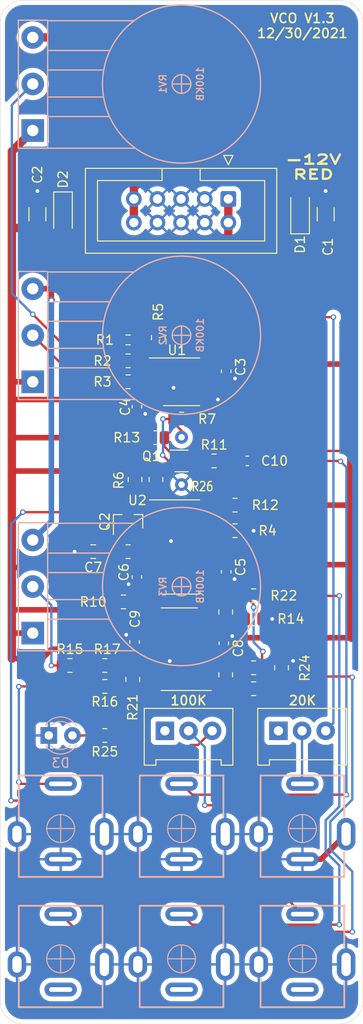
<source format=kicad_pcb>
(kicad_pcb (version 20211014) (generator pcbnew)
  (layers (0 "F.Cu" signal) (31 "B.Cu" signal) (34 "B.Paste" user) (35 "F.Paste" user) (36 "B.SilkS" user "B.Silkscreen") (37 "F.SilkS" user "F.Silkscreen") (38 "B.Mask" user) (39 "F.Mask" user) (44 "Edge.Cuts" user))
  (net 0 "")
  (net 1 "GND")
  (net 2 "+12V")
  (net 3 "-12V")
  (net 4 "Net-(C7-Pad1)")
  (net 5 "/FM_lin")
  (net 6 "Net-(C10-Pad1)")
  (net 7 "Net-(D1-Pad2)")
  (net 8 "Net-(D2-Pad1)")
  (net 9 "Net-(D3-Pad2)")
  (net 10 "/PWM")
  (net 11 "/1V_A")
  (net 12 "/SYNC")
  (net 13 "/TRI")
  (net 14 "/SQR")
  (net 15 "/V_expo")
  (net 16 "Net-(Q1-Pad1)")
  (net 17 "/Iabc")
  (net 18 "Net-(R1-Pad1)")
  (net 19 "/FREQ")
  (net 20 "/FINE")
  (net 21 "Net-(R4-Pad1)")
  (net 22 "Net-(R5-Pad1)")
  (net 23 "Net-(R8-Pad2)")
  (net 24 "Net-(R9-Pad1)")
  (net 25 "/TRI_raw")
  (net 26 "Net-(R12-Pad2)")
  (net 27 "Net-(R14-Pad1)")
  (net 28 "/PW")
  (net 29 "Net-(R15-Pad1)")
  (net 30 "Net-(R16-Pad1)")
  (net 31 "/tri2sqr")
  (net 32 "Net-(R18-Pad1)")
  (net 33 "Net-(R20-Pad1)")
  (net 34 "/LED")
  (net 38 "Net-(R1-Pad2)")
  (net 44 "Net-(U1-Pad6)")
  (net 45 "Net-(U3-Pad8)")
  (net 46 "Net-(Q2-Pad3)")
  (footprint "Capacitor_SMD:C_0603_1608Metric" (layer "F.Cu") (at -14.2 -70.125 -90)
    (fp_text reference "C3")
    (fp_text value "100nF")
  )
  (footprint "Capacitor_SMD:C_0603_1608Metric" (layer "F.Cu") (at -23.8 -66.325 90)
    (fp_text reference "C4")
    (fp_text value "100nF")
  )
  (footprint "Capacitor_SMD:C_0603_1608Metric" (layer "F.Cu") (at -14.2 -48.575 -90)
    (fp_text reference "C5")
    (fp_text value "100nF")
  )
  (footprint "Capacitor_SMD:C_0603_1608Metric" (layer "F.Cu") (at -23.8 -48.025 90)
    (fp_text reference "C6")
    (fp_text value "100nF")
  )
  (footprint "Capacitor_SMD:C_0805_2012Metric" (layer "F.Cu") (at -28.5 -50.75 180)
    (fp_text reference "C7")
    (fp_text value "3.3nF*")
  )
  (footprint "Capacitor_SMD:C_0603_1608Metric" (layer "F.Cu") (at -14.45 -40.895 90)
    (fp_text reference "C8")
    (fp_text value "100nF")
  )
  (footprint "Capacitor_SMD:C_0603_1608Metric" (layer "F.Cu") (at -24.05 -41.045 -90)
    (fp_text reference "C9")
    (fp_text value "100nF")
  )
  (footprint "Resistor_SMD:R_0805_2012Metric" (layer "F.Cu") (at -24.75 -71.25 180)
    (fp_text reference "R2")
    (fp_text value "330K")
  )
  (footprint "Resistor_SMD:R_0805_2012Metric" (layer "F.Cu") (at -24.75 -69 180)
    (fp_text reference "R3")
    (fp_text value "10M")
  )
  (footprint "Resistor_SMD:R_0805_2012Metric" (layer "F.Cu") (at -13.25 -53)
    (fp_text reference "R4")
    (fp_text value "5.6K")
  )
  (footprint "Resistor_SMD:R_0805_2012Metric" (layer "F.Cu") (at -21.75 -58.5 -90)
    (fp_text reference "R8" hide)
    (fp_text value "12K")
  )
  (footprint "Resistor_SMD:R_0805_2012Metric" (layer "F.Cu") (at -24.75 -50.75 180)
    (fp_text reference "R9" hide)
    (fp_text value "680R")
  )
  (footprint "Resistor_SMD:R_0805_2012Metric" (layer "F.Cu") (at -25.25 -45.35 180)
    (fp_text reference "R10")
    (fp_text value "10K")
  )
  (footprint "Resistor_SMD:R_0805_2012Metric" (layer "F.Cu") (at -15.5 -60.5 180)
    (fp_text reference "R11")
    (fp_text value "100K")
  )
  (footprint "Resistor_SMD:R_0805_2012Metric" (layer "F.Cu") (at -13.25 -55.75 180)
    (fp_text reference "R12")
    (fp_text value "47K")
  )
  (footprint "Resistor_SMD:R_0805_2012Metric" (layer "F.Cu") (at -11.25 -43.52)
    (fp_text reference "R14")
    (fp_text value "10K")
  )
  (footprint "Resistor_SMD:R_0805_2012Metric" (layer "F.Cu") (at -31 -38.52 180)
    (fp_text reference "R15")
    (fp_text value "12K")
  )
  (footprint "Resistor_SMD:R_0805_2012Metric" (layer "F.Cu") (at -27.25 -36.27 180)
    (fp_text reference "R16")
    (fp_text value "56K")
  )
  (footprint "Resistor_SMD:R_0805_2012Metric" (layer "F.Cu") (at -27.25 -38.52 180)
    (fp_text reference "R17")
    (fp_text value "220K")
  )
  (footprint "Resistor_SMD:R_0805_2012Metric" (layer "F.Cu") (at -14.25 -44.27 -90)
    (fp_text reference "R19" hide)
    (fp_text value "12K")
  )
  (footprint "Resistor_SMD:R_0805_2012Metric" (layer "F.Cu") (at -14.25 -37.52 90)
    (fp_text reference "R20" hide)
    (fp_text value "1M")
  )
  (footprint "Resistor_SMD:R_0805_2012Metric" (layer "F.Cu") (at -24.25 -37.02 90)
    (fp_text reference "R21")
    (fp_text value "100K")
  )
  (footprint "Resistor_SMD:R_0805_2012Metric" (layer "F.Cu") (at -11.25 -46.02 180)
    (fp_text reference "R22")
    (fp_text value "1K")
  )
  (footprint "Resistor_SMD:R_0805_2012Metric" (layer "F.Cu") (at -11.25 -36.02 180)
    (fp_text reference "R23" hide)
    (fp_text value "2K")
  )
  (footprint "Resistor_SMD:R_0805_2012Metric" (layer "F.Cu") (at -8.25 -38.27 -90)
    (fp_text reference "R24")
    (fp_text value "2K")
  )
  (footprint "Resistor_SMD:R_0805_2012Metric" (layer "F.Cu") (at -27.25 -31)
    (fp_text reference "R25")
    (fp_text value "2K")
  )
  (footprint "Package_SO:SOIC-8_3.9x4.9mm_P1.27mm" (layer "F.Cu") (at -19 -69)
    (fp_text reference "U1")
    (fp_text value "TL072")
  )
  (footprint "Package_SO:SOIC-16_3.9x9.9mm_P1.27mm" (layer "F.Cu") (at -19 -51.25)
    (fp_text reference "U2")
    (fp_text value "LM13700")
  )
  (footprint "user-footprints:TRIM_3296W_Alt" (layer "F.Cu") (at -21.745 -32.64 -90)
    (fp_text reference "RV4")
    (fp_text value "100KT*")
  )
  (footprint "Diode_SMD:D_SOD-123" (layer "F.Cu") (at -31.75 -87.15 -90)
    (fp_text reference "D2")
    (fp_text value "SCH")
  )
  (footprint "Capacitor_SMD:C_1206_3216Metric" (layer "F.Cu") (at -34.5 -87 -90)
    (fp_text reference "C2")
    (fp_text value "10uF")
  )
  (footprint "Capacitor_SMD:C_1206_3216Metric" (layer "F.Cu") (at -3.5 -87 90)
    (fp_text reference "C1")
    (fp_text value "10uF")
  )
  (footprint "Diode_SMD:D_SOD-123" (layer "F.Cu") (at -6.25 -87.15 90)
    (fp_text reference "D1")
    (fp_text value "SCH")
  )
  (footprint "Resistor_SMD:R_0805_2012Metric" (layer "F.Cu") (at -21.75 -63 180)
    (fp_text reference "R13")
    (fp_text value "1M")
  )
  (footprint "Package_TO_SOT_SMD:SOT-363_SC-70-6" (layer "F.Cu") (at -19 -60.5)
    (fp_text reference "Q1")
    (fp_text value "BC847BPN")
  )
  (footprint "Resistor_SMD:R_0805_2012Metric" (layer "F.Cu") (at -21.5 -73.75 90)
    (fp_text reference "R5")
    (fp_text value "100K")
  )
  (footprint "Resistor_SMD:R_0805_2012Metric" (layer "F.Cu") (at -19 -65)
    (fp_text reference "R7")
    (fp_text value "56K")
  )
  (footprint "user-footprints:Specialty_tempco_paradox" (layer "F.Cu") (at -19 -60.5 90)
    (fp_text reference "R26")
    (fp_text value "1K$" hide)
  )
  (footprint "Package_SO:SOIC-14_3.9x8.7mm_P1.27mm" (layer "F.Cu") (at -19.25 -40.27 180)
    (fp_text reference "U3" hide)
    (fp_text value "TL074")
  )
  (footprint "user-footprints:TRIM_3296W_Alt" (layer "F.Cu") (at -9.535 -32.64 -90)
    (fp_text reference "RV5")
    (fp_text value "20KT*")
  )
  (footprint "Resistor_SMD:R_0603_1608Metric" (layer "F.Cu") (at -24.75 -73.5 180)
    (fp_text reference "R1")
    (fp_text value "91K")
  )
  (footprint "Resistor_SMD:R_0805_2012Metric" (layer "F.Cu") (at -11.25 -38.27)
    (fp_text reference "R18" hide)
    (fp_text value "10K")
  )
  (footprint "Resistor_SMD:R_0805_2012Metric" (layer "F.Cu") (at -24 -58.5 -90)
    (fp_text reference "R6")
    (fp_text value "100K")
  )
  (footprint "Connector_IDC:IDC-Header_2x05_P2.54mm_Vertical" (layer "F.Cu") (at -13.97 -88.646 -90)
    (fp_text reference "J5" hide)
    (fp_text value "POWER" hide)
  )
  (footprint "Capacitor_SMD:C_0603_1608Metric" (layer "F.Cu") (at -11.938 -60.5)
    (fp_text reference "C10")
    (fp_text value "100nF")
  )
  (footprint "Package_TO_SOT_SMD:SOT-23" (layer "F.Cu") (at -24.75 -53.975 90)
    (fp_text reference "Q2")
    (fp_text value "MMBFJ112")
  )
  (footprint "LED_THT:LED_D3.0mm" (layer "B.Cu") (at -33.275 -31)
    (fp_text reference "D3")
    (fp_text value "LED")
  )
  (footprint "user-main:AudioJack_QingPu_WQP-PJ301BM_Vertical" (layer "B.Cu") (at -32 -21 180)
    (fp_text reference "J1")
    (fp_text value "PWM")
  )
  (footprint "user-main:AudioJack_QingPu_WQP-PJ301BM_Vertical" (layer "B.Cu") (at -6 -21 180)
    (fp_text reference "J2")
    (fp_text value "1V_A")
  )
  (footprint "user-main:AudioJack_QingPu_WQP-PJ301BM_Vertical" (layer "B.Cu") (at -19 -21 180)
    (fp_text reference "J3")
    (fp_text value "FM")
  )
  (footprint "user-main:AudioJack_QingPu_WQP-PJ301BM_Vertical" (layer "B.Cu") (at -6 -7 180)
    (fp_text reference "J4")
    (fp_text value "SYNC")
  )
  (footprint "user-main:AudioJack_QingPu_WQP-PJ301BM_Vertical" (layer "B.Cu") (at -32 -7 180)
    (fp_text reference "J7")
    (fp_text value "SQR")
  )
  (footprint "user-main:AudioJack_QingPu_WQP-PJ301BM_Vertical" (layer "B.Cu") (at -19 -7 180)
    (fp_text reference "J6")
    (fp_text value "TRI")
  )
  (footprint "user-footprints:POT_16mm_detailed" (layer "B.Cu") (at -19 -74 90)
    (fp_text reference "RV2")
    (fp_text value "100KB")
  )
  (footprint "user-footprints:POT_16mm_detailed" (layer "B.Cu") (at -19 -101 90)
    (fp_text reference "RV1")
    (fp_text value "100KB")
  )
  (footprint "user-footprints:POT_16mm_detailed" (layer "B.Cu") (at -19 -47 90)
    (fp_text reference "RV3")
    (fp_text value "100KB")
  )
  (gr_line (start -36 -110) (end -2 -110) (layer "Edge.Cuts") (width 0.05))
  (gr_line (start 0.5 -107.5) (end 0.5 -2.5) (layer "Edge.Cuts") (width 0.05))
  (gr_line (start -2 0) (end -36 0) (layer "Edge.Cuts") (width 0.05))
  (gr_line (start -38.5 -2.5) (end -38.5 -107.5) (layer "Edge.Cuts") (width 0.05))
  (gr_arc (start -36 0) (mid -37.767767 -0.732233) (end -38.5 -2.5) (layer "Edge.Cuts") (width 0.05))
  (gr_arc (start -2 -110) (mid -0.232233 -109.267767) (end 0.5 -107.5) (layer "Edge.Cuts") (width 0.05))
  (gr_arc (start -38.5 -107.5) (mid -37.767767 -109.267767) (end -36 -110) (layer "Edge.Cuts") (width 0.05))
  (gr_arc (start 0.5 -2.5) (mid -0.232233 -0.732233) (end -2 0) (layer "Edge.Cuts") (width 0.05))
  (gr_text "100K" (at -18.25 -34.75) (layer "F.SilkS") (effects (font (size 1 1) (thickness 0.18))))
  (gr_text "-12V\nRED" (at -4.826 -92.075) (layer "F.SilkS") (effects (font (size 1 1.5) (thickness 0.25))))
  (gr_text "20K" (at -6 -34.75) (layer "F.SilkS") (effects (font (size 1 1) (thickness 0.18))))
  (gr_text "VCO V1.3\n12/30/2021" (at -6 -107.25) (layer "F.SilkS") (effects (font (size 1 1) (thickness 0.18))))
  (segment (start -3.5 -88.475) (end -3.5 -89.5) (width 0.8) (layer "F.Cu") (net 1))
  (segment (start -7.1625 -39.1825) (end -7 -39.02) (width 0.6) (layer "F.Cu") (net 1))
  (segment (start -16.525 -48.075) (end -15.225 -48.075) (width 0.6) (layer "F.Cu") (net 1))
  (segment (start -22.675 -51.885) (end -21.475 -51.885) (width 0.6) (layer "F.Cu") (net 1))
  (segment (start -23.25 -41.82) (end -24.05 -41.82) (width 0.6) (layer "F.Cu") (net 1))
  (segment (start -21.725 -39) (end -20.27 -39) (width 0.6) (layer "F.Cu") (net 1))
  (segment (start -14.45 -41.67) (end -13.55 -41.67) (width 0.6) (layer "F.Cu") (net 1))
  (segment (start -10.3375 -43.52) (end -9.25 -43.52) (width 0.6) (layer "F.Cu") (net 1))
  (segment (start -16.525 -67.095) (end -15.095 -67.095) (width 0.6) (layer "F.Cu") (net 1))
  (segment (start -34.5 -88.475) (end -34.5 -89.5) (width 0.8) (layer "F.Cu") (net 1))
  (segment (start -23.765 -52.975) (end -22.675 -51.885) (width 0.6) (layer "F.Cu") (net 1))
  (segment (start -23.8 -65.55) (end -22.9 -65.55) (width 0.6) (layer "F.Cu") (net 1))
  (segment (start -23.8 -52.975) (end -23.765 -52.975) (width 0.6) (layer "F.Cu") (net 1))
  (segment (start -4 -17.7) (end -1.3 -20.4) (width 0.6) (layer "F.Cu") (net 1))
  (segment (start -21.475 -51.885) (end -20.135 -51.885) (width 0.6) (layer "F.Cu") (net 1))
  (segment (start -24.05 -41.82) (end -24.95 -41.82) (width 0.6) (layer "F.Cu") (net 1))
  (segment (start -22.97 -41.54) (end -23.25 -41.82) (width 0.6) (layer "F.Cu") (net 1))
  (segment (start -21.475 -68.365) (end -19.865 -68.365) (width 0.6) (layer "F.Cu") (net 1))
  (segment (start -29.45 -50.75) (end -30.5 -50.75) (width 0.6) (layer "F.Cu") (net 1))
  (segment (start -23.8 -47.25) (end -24.7 -47.25) (width 0.6) (layer "F.Cu") (net 1))
  (segment (start -12.3375 -53) (end -11.25 -53) (width 0.6) (layer "F.Cu") (net 1))
  (segment (start -15.225 -48.075) (end -14.95 -47.8) (width 0.6) (layer "F.Cu") (net 1))
  (segment (start -14.2 -47.8) (end -13.3 -47.8) (width 0.6) (layer "F.Cu") (net 1))
  (segment (start -8.25 -39.1825) (end -7.1625 -39.1825) (width 0.6) (layer "F.Cu") (net 1))
  (segment (start -18.05 -59.85) (end -18.05 -58.91) (width 0.25) (layer "F.Cu") (net 1))
  (segment (start -6 -17.7) (end -4 -17.7) (width 0.6) (layer "F.Cu") (net 1))
  (segment (start -21.725 -41.54) (end -22.97 -41.54) (width 0.6) (layer "F.Cu") (net 1))
  (segment (start -14.2 -69.35) (end -13.25 -69.35) (width 0.6) (layer "F.Cu") (net 1))
  (segment (start -14.95 -47.8) (end -14.2 -47.8) (width 0.6) (layer "F.Cu") (net 1))
  (segment (start -18.05 -58.91) (end -19 -57.96) (width 0.25) (layer "F.Cu") (net 1))
  (via (at -13.55 -41.67) (size 0.8) (drill 0.4) (layers "F.Cu" "B.Cu") (net 1))
  (via (at -13.3 -47.8) (size 0.8) (drill 0.4) (layers "F.Cu" "B.Cu") (net 1))
  (via (at -9.25 -43.52) (size 0.8) (drill 0.4) (layers "F.Cu" "B.Cu") (net 1))
  (via (at -15.095 -67.095) (size 0.8) (drill 0.4) (layers "F.Cu" "B.Cu") (net 1))
  (via (at -24.7 -47.25) (size 0.8) (drill 0.4) (layers "F.Cu" "B.Cu") (net 1))
  (via (at -20.135 -51.885) (size 0.8) (drill 0.4) (layers "F.Cu" "B.Cu") (net 1))
  (via (at -34.5 -89.5) (size 0.8) (drill 0.4) (layers "F.Cu" "B.Cu") (net 1))
  (via (at -7 -39.02) (size 0.8) (drill 0.4) (layers "F.Cu" "B.Cu") (net 1))
  (via (at -13.25 -69.35) (size 0.8) (drill 0.4) (layers "F.Cu" "B.Cu") (net 1))
  (via (at -22.9 -65.55) (size 0.8) (drill 0.4) (layers "F.Cu" "B.Cu") (net 1))
  (via (at -19.865 -68.365) (size 0.8) (drill 0.4) (layers "F.Cu" "B.Cu") (net 1))
  (via (at -30.5 -50.75) (size 0.8) (drill 0.4) (layers "F.Cu" "B.Cu") (net 1))
  (via (at -11.25 -53) (size 0.8) (drill 0.4) (layers "F.Cu" "B.Cu") (net 1))
  (via (at -20.27 -39) (size 0.8) (drill 0.4) (layers "F.Cu" "B.Cu") (net 1))
  (via (at -24.95 -41.82) (size 0.8) (drill 0.4) (layers "F.Cu" "B.Cu") (net 1))
  (via (at -3.5 -89.5) (size 0.8) (drill 0.4) (layers "F.Cu" "B.Cu") (net 1))
  (segment (start -0.75 -104.25) (end -0.75 -85.5) (width 0.9) (layer "F.Cu") (net 2))
  (segment (start -17.62499 -61.57501) (end -0.77499 -61.57501) (width 0.25) (layer "F.Cu") (net 2))
  (segment (start -0.75 -55.6) (end -0.75 -49.25) (width 0.9) (layer "F.Cu") (net 2))
  (segment (start -14.2 -49.35) (end -0.85 -49.35) (width 0.6) (layer "F.Cu") (net 2))
  (segment (start -12.3375 -55.75) (end -0.9 -55.75) (width 0.6) (layer "F.Cu") (net 2))
  (segment (start -6.25 -85.5) (end -3.525 -85.5) (width 0.9) (layer "F.Cu") (net 2))
  (segment (start -2.5 -106) (end -0.75 -104.25) (width 0.9) (layer "F.Cu") (net 2))
  (segment (start -16.525 -70.905) (end -0.845 -70.905) (width 0.6) (layer "F.Cu") (net 2))
  (segment (start -0.75 -85.5) (end -0.75 -71) (width 0.9) (layer "F.Cu") (net 2))
  (segment (start -12 -41.5) (end -0.75 -41.5) (width 0.6) (layer "F.Cu") (net 2))
  (segment (start -18.05 -61.15) (end -17.62499 -61.57501) (width 0.25) (layer "F.Cu") (net 2))
  (segment (start -0.75 -61.6) (end -0.75 -55.6) (width 0.9) (layer "F.Cu") (net 2))
  (segment (start -0.775 -85.525) (end -0.75 -85.5) (width 0.6) (layer "F.Cu") (net 2))
  (segment (start -0.9 -55.75) (end -0.75 -55.6) (width 0.6) (layer "F.Cu") (net 2))
  (segment (start -14.205 -49.345) (end -14.2 -49.35) (width 0.6) (layer "F.Cu") (net 2))
  (segment (start -3.5 -85.525) (end -0.775 -85.525) (width 0.9) (layer "F.Cu") (net 2))
  (segment (start -0.77499 -61.57501) (end -0.75 -61.6) (width 0.6) (layer "F.Cu") (net 2))
  (segment (start -0.85 -49.35) (end -0.75 -49.25) (width 0.6) (layer "F.Cu") (net 2))
  (segment (start -0.75 -49.25) (end -0.75 -41.5) (width 0.9) (layer "F.Cu") (net 2))
  (segment (start -13.23 -40.27) (end -12 -41.5) (width 0.6) (layer "F.Cu") (net 2))
  (segment (start -0.75 -71) (end -0.75 -61.6) (width 0.9) (layer "F.Cu") (net 2))
  (segment (start -35.002 -106) (end -2.5 -106) (width 0.9) (layer "F.Cu") (net 2))
  (segment (start -33 -77.75) (end -33 -79) (width 0.6) (layer "F.Cu") (net 2))
  (segment (start -33 -79) (end -0.75 -79) (width 0.6) (layer "F.Cu") (net 2))
  (segment (start -16.525 -49.345) (end -14.205 -49.345) (width 0.6) (layer "F.Cu") (net 2))
  (segment (start -0.845 -70.905) (end -0.75 -71) (width 0.6) (layer "F.Cu") (net 2))
  (segment (start -14.45 -40.12) (end -14.45 -40.27) (width 0.6) (layer "F.Cu") (net 2))
  (segment (start -3.525 -85.5) (end -3.5 -85.525) (width 0.6) (layer "F.Cu") (net 2))
  (segment (start -16.775 -40.27) (end -13.23 -40.27) (width 0.6) (layer "F.Cu") (net 2))
  (segment (start -35.002 -79) (end -33 -79) (width 0.6) (layer "F.Cu") (net 2))
  (via (at -33 -77.75) (size 0.8) (drill 0.4) (layers "F.Cu" "B.Cu") (net 2))
  (segment (start -33 -54.002) (end -33 -77.75) (width 0.6) (layer "B.Cu") (net 2))
  (segment (start -35.002 -52) (end -33 -54.002) (width 0.6) (layer "B.Cu") (net 2))
  (segment (start -21.725 -40.27) (end -24.05 -40.27) (width 0.6) (layer "F.Cu") (net 3))
  (segment (start -32.98 -40.27) (end -34 -39.25) (width 0.6) (layer "F.Cu") (net 3))
  (segment (start -37.25 -41.949) (end -37.25 -39.25) (width 0.9) (layer "F.Cu") (net 3))
  (segment (start -37.25 -69) (end -37.25 -93.752) (width 0.9) (layer "F.Cu") (net 3))
  (segment (start -31.775 -85.525) (end -31.75 -85.5) (width 0.6) (layer "F.Cu") (net 3))
  (segment (start -35.002 -69) (end -37.25 -69) (width 0.6) (layer "F.Cu") (net 3))
  (segment (start -37.2 -49.05) (end -37.25 -49) (width 0.6) (layer "F.Cu") (net 3))
  (segment (start -37.0875 -59.4125) (end -37.25 -59.25) (width 0.6) (layer "F.Cu") (net 3))
  (segment (start -34 -39.25) (end -37.25 -39.25) (width 0.6) (layer "F.Cu") (net 3))
  (segment (start -22.6625 -63) (end -37.15 -63) (width 0.6) (layer "F.Cu") (net 3))
  (segment (start -37.15 -63) (end -37.25 -63.1) (width 0.6) (layer "F.Cu") (net 3))
  (segment (start -37.228999 -45.229999) (end -37.25 -45.251) (width 0.6) (layer "F.Cu") (net 3))
  (segment (start -27.0125 -44.5) (end -37.25 -44.5) (width 0.6) (layer "F.Cu") (net 3))
  (segment (start -37.25 -69) (end -37.25 -67.25) (width 0.9) (layer "F.Cu") (net 3))
  (segment (start -37.25 -44.248) (end -37.25 -41.949) (width 0.9) (layer "F.Cu") (net 3))
  (segment (start -37.25 -63.1) (end -37.25 -59.25) (width 0.9) (layer "F.Cu") (net 3))
  (segment (start -37.199 -42) (end -37.25 -41.949) (width 0.6) (layer "F.Cu") (net 3))
  (segment (start -37.095 -67.095) (end -21.475 -67.095) (width 0.6) (layer "F.Cu") (net 3))
  (segment (start -24.05 -40.27) (end -32.98 -40.27) (width 0.6) (layer "F.Cu") (net 3))
  (segment (start -37.25 -49) (end -37.25 -45.251) (width 0.9) (layer "F.Cu") (net 3))
  (segment (start -37.095 -67.095) (end -37.25 -67.25) (width 0.6) (layer "F.Cu") (net 3))
  (segment (start -37.25 -44.5) (end -37.25 -44.248) (width 0.9) (layer "F.Cu") (net 3))
  (segment (start -26.1625 -45.35) (end -27.0125 -44.5) (width 0.6) (layer "F.Cu") (net 3))
  (segment (start -21.475 -49.345) (end -22.705 -49.345) (width 0.6) (layer "F.Cu") (net 3))
  (segment (start -22.705 -49.345) (end -23 -49.05) (width 0.6) (layer "F.Cu") (net 3))
  (segment (start -34.5 -85.525) (end -31.775 -85.525) (width 0.9) (layer "F.Cu") (net 3))
  (segment (start -23 -49.05) (end -37.2 -49.05) (width 0.6) (layer "F.Cu") (net 3))
  (segment (start -37.25 -67.25) (end -37.25 -63.1) (width 0.9) (layer "F.Cu") (net 3))
  (segment (start -37.25 -93.752) (end -35.002 -96) (width 0.9) (layer "F.Cu") (net 3))
  (segment (start -35.002 -42) (end -37.199 -42) (width 0.6) (layer "F.Cu") (net 3))
  (segment (start -37.25 -59.25) (end -37.25 -49) (width 0.9) (layer "F.Cu") (net 3))
  (segment (start -37.25 -45.251) (end -37.25 -44.5) (width 0.9) (layer "F.Cu") (net 3))
  (segment (start -24 -59.4125) (end -37.0875 -59.4125) (width 0.6) (layer "F.Cu") (net 3))
  (segment (start -34.5 -85.525) (end -37.225 -85.525) (width 0.9) (layer "F.Cu") (net 3))
  (segment (start -25.7 -52.975) (end -25.7 -50.7875) (width 0.25) (layer "F.Cu") (net 4))
  (segment (start -27.55 -50.75) (end -25.6625 -50.75) (width 0.25) (layer "F.Cu") (net 4))
  (segment (start -25.7 -50.7875) (end -25.6625 -50.75) (width 0.25) (layer "F.Cu") (net 4))
  (segment (start -17.838 -24.638) (end -19 -25.8) (width 0.25) (layer "F.Cu") (net 5))
  (segment (start -11.163 -60.5) (end -1.953 -60.5) (width 0.25) (layer "F.Cu") (net 5))
  (segment (start -1.27 -24.638) (end -17.838 -24.638) (width 0.25) (layer "F.Cu") (net 5))
  (segment (start -1.953 -60.5) (end -1.905 -60.452) (width 0.25) (layer "F.Cu") (net 5))
  (via (at -1.905 -60.452) (size 0.6) (drill 0.35) (layers "F.Cu" "B.Cu") (net 5))
  (via (at -1.27 -24.638) (size 0.6) (drill 0.35) (layers "F.Cu" "B.Cu") (net 5))
  (segment (start -1.27 -24.638) (end -1.27 -59.817) (width 0.25) (layer "B.Cu") (net 5))
  (segment (start -1.27 -59.817) (end -1.905 -60.452) (width 0.25) (layer "B.Cu") (net 5))
  (segment (start -14.5875 -60.5) (end -12.713 -60.5) (width 0.25) (layer "F.Cu") (net 6))
  (segment (start -24.13 -86.106) (end -24.13 -88.646) (width 0.9) (layer "F.Cu") (net 7))
  (segment (start -8.2 -90.75) (end -23.25 -90.75) (width 0.9) (layer "F.Cu") (net 7))
  (segment (start -23.25 -90.75) (end -24.13 -89.87) (width 0.9) (layer "F.Cu") (net 7))
  (segment (start -6.25 -88.8) (end -8.2 -90.75) (width 0.9) (layer "F.Cu") (net 7))
  (segment (start -24.13 -89.87) (end -24.13 -88.646) (width 0.9) (layer "F.Cu") (net 7))
  (segment (start -14.75 -84) (end -26.95 -84) (width 0.9) (layer "F.Cu") (net 8))
  (segment (start -26.95 -84) (end -31.75 -88.8) (width 0.9) (layer "F.Cu") (net 8))
  (segment (start -13.97 -86.106) (end -13.97 -84.78) (width 0.9) (layer "F.Cu") (net 8))
  (segment (start -13.97 -86.106) (end -13.97 -88.646) (width 0.9) (layer "F.Cu") (net 8))
  (segment (start -13.97 -84.78) (end -14.75 -84) (width 0.9) (layer "F.Cu") (net 8))
  (segment (start -28.1625 -31) (end -30.73 -31) (width 0.25) (layer "F.Cu") (net 9))
  (segment (start -28.1625 -36.27) (end -36.48 -36.27) (width 0.25) (layer "F.Cu") (net 10))
  (segment (start -36.48 -36.27) (end -36.5 -36.25) (width 0.25) (layer "F.Cu") (net 10))
  (segment (start -36.3 -25.8) (end -36.5 -26) (width 0.25) (layer "F.Cu") (net 10))
  (segment (start -32 -25.8) (end -36.3 -25.8) (width 0.25) (layer "F.Cu") (net 10))
  (via (at -36.5 -36.25) (size 0.6) (drill 0.35) (layers "F.Cu" "B.Cu") (net 10))
  (via (at -36.5 -26) (size 0.6) (drill 0.35) (layers "F.Cu" "B.Cu") (net 10))
  (segment (start -36.5 -26) (end -36.5 -36.25) (width 0.25) (layer "B.Cu") (net 10))
  (segment (start -6.04 -31.5) (end -6.04 -25.84) (width 0.25) (layer "B.Cu") (net 11))
  (segment (start -6.04 -25.84) (end -6 -25.8) (width 0.25) (layer "B.Cu") (net 11))
  (segment (start -8.5 -22.5) (end -8.5 -14.3) (width 0.25) (layer "F.Cu") (net 12))
  (segment (start -16.5 -23.5) (end -9.5 -23.5) (width 0.25) (layer "F.Cu") (net 12))
  (segment (start -8.5 -14.3) (end -6 -11.8) (width 0.25) (layer "F.Cu") (net 12))
  (segment (start -9.5 -23.5) (end -8.5 -22.5) (width 0.25) (layer "F.Cu") (net 12))
  (via (at -16.5 -23.5) (size 0.6) (drill 0.35) (layers "F.Cu" "B.Cu") (net 12))
  (segment (start -16.5 -23.5) (end -16.5 -29.75) (width 0.25) (layer "B.Cu") (net 12))
  (segment (start -16.5 -29.75) (end -18.25 -31.5) (width 0.25) (layer "B.Cu") (net 12))
  (segment (start -17.868 -10.668) (end -19 -11.8) (width 0.25) (layer "F.Cu") (net 13))
  (segment (start -2.032 -10.668) (end -17.868 -10.668) (width 0.25) (layer "F.Cu") (net 13))
  (segment (start -2.032 -46) (end -10.3175 -46) (width 0.25) (layer "F.Cu") (net 13))
  (via (at -2.032 -46) (size 0.6) (drill 0.35) (layers "F.Cu" "B.Cu") (net 13))
  (via (at -2.032 -10.668) (size 0.6) (drill 0.35) (layers "F.Cu" "B.Cu") (net 13))
  (segment (start -3.5 -21.885704) (end -3.5 -18.5) (width 0.25) (layer "B.Cu") (net 13))
  (segment (start -3.5 -18.5) (end -2.032 -17.032) (width 0.25) (layer "B.Cu") (net 13))
  (segment (start -2.032 -17.032) (end -2.032 -10.668) (width 0.25) (layer "B.Cu") (net 13))
  (segment (start -2.032 -23.353704) (end -3.5 -21.885704) (width 0.25) (layer "B.Cu") (net 13))
  (segment (start -2.032 -46) (end -2.032 -23.353704) (width 0.25) (layer "B.Cu") (net 13))
  (segment (start -0.635 -9.906) (end -30.106 -9.906) (width 0.25) (layer "F.Cu") (net 14))
  (segment (start -0.635 -37.334) (end -8.2265 -37.334) (width 0.25) (layer "F.Cu") (net 14))
  (segment (start -8.2265 -37.334) (end -8.25 -37.3575) (width 0.25) (layer "F.Cu") (net 14))
  (segment (start -30.106 -9.906) (end -32 -11.8) (width 0.25) (layer "F.Cu") (net 14))
  (segment (start -9.5875 -36.02) (end -8.25 -37.3575) (width 0.25) (layer "F.Cu") (net 14))
  (segment (start -10.3375 -36.02) (end -9.5875 -36.02) (width 0.25) (layer "F.Cu") (net 14))
  (via (at -0.635 -37.25) (size 0.6) (drill 0.35) (layers "F.Cu" "B.Cu") (net 14))
  (via (at -0.635 -9.906) (size 0.6) (drill 0.35) (layers "F.Cu" "B.Cu") (net 14))
  (segment (start -3 -18.75) (end -0.635 -16.385) (width 0.25) (layer "B.Cu") (net 14))
  (segment (start -0.635 -37.25) (end -0.635 -24.115) (width 0.25) (layer "B.Cu") (net 14))
  (segment (start -3 -21.75) (end -3 -18.75) (width 0.25) (layer "B.Cu") (net 14))
  (segment (start -0.635 -24.115) (end -3 -21.75) (width 0.25) (layer "B.Cu") (net 14))
  (segment (start -0.635 -16.385) (end -0.635 -9.906) (width 0.25) (layer "B.Cu") (net 14))
  (segment (start -19 -63.04) (end -19 -63.75) (width 0.25) (layer "F.Cu") (net 15))
  (segment (start -19.95 -60.5) (end -20.40794 -60.5) (width 0.25) (layer "F.Cu") (net 15))
  (segment (start -19 -63.75) (end -19.9125 -64.6625) (width 0.25) (layer "F.Cu") (net 15))
  (segment (start -20.40794 -60.5) (end -21.03295 -61.12501) (width 0.25) (layer "F.Cu") (net 15))
  (segment (start -19.9125 -64.6625) (end -19.9125 -65) (width 0.25) (layer "F.Cu") (net 15))
  (segment (start -21 -65) (end -19.9125 -65) (width 0.25) (layer "F.Cu") (net 15))
  (via (at -21.03295 -61.12501) (size 0.6) (drill 0.35) (layers "F.Cu" "B.Cu") (net 15))
  (via (at -21 -65) (size 0.6) (drill 0.35) (layers "F.Cu" "B.Cu") (net 15))
  (segment (start -21 -61.15796) (end -21.03295 -61.12501) (width 0.25) (layer "B.Cu") (net 15))
  (segment (start -21 -65) (end -21 -61.15796) (width 0.25) (layer "B.Cu") (net 15))
  (segment (start -19.95 -61.15) (end -19.375 -61.15) (width 0.25) (layer "F.Cu") (net 16))
  (segment (start -20.8375 -63) (end -20.8375 -62.0375) (width 0.25) (layer "F.Cu") (net 16))
  (segment (start -18.05 -60.5) (end -16.4125 -60.5) (width 0.25) (layer "F.Cu") (net 16))
  (segment (start -18.725 -60.5) (end -18.05 -60.5) (width 0.25) (layer "F.Cu") (net 16))
  (segment (start -19.375 -61.15) (end -18.725 -60.5) (width 0.25) (layer "F.Cu") (net 16))
  (segment (start -20.8375 -62.0375) (end -19.95 -61.15) (width 0.25) (layer "F.Cu") (net 16))
  (segment (start -20.15 -59.85) (end -20.5875 -59.4125) (width 0.25) (layer "F.Cu") (net 17))
  (segment (start -20.5875 -59.4125) (end -21.75 -59.4125) (width 0.25) (layer "F.Cu") (net 17))
  (segment (start -19.95 -59.85) (end -20.15 -59.85) (width 0.25) (layer "F.Cu") (net 17))
  (segment (start -21.475 -69.635) (end -22.635 -69.635) (width 0.25) (layer "F.Cu") (net 18))
  (segment (start -23.8375 -73.5) (end -23.8375 -71.25) (width 0.25) (layer "F.Cu") (net 18))
  (segment (start -23.8375 -70.0875) (end -23.8375 -69) (width 0.25) (layer "F.Cu") (net 18))
  (segment (start -23.8375 -73.5) (end -22.675 -74.6625) (width 0.25) (layer "F.Cu") (net 18))
  (segment (start -23.0875 -70.0875) (end -23.8375 -70.0875) (width 0.25) (layer "F.Cu") (net 18))
  (segment (start -22.675 -74.6625) (end -21.5 -74.6625) (width 0.25) (layer "F.Cu") (net 18))
  (segment (start -22.635 -69.635) (end -23.0875 -70.0875) (width 0.25) (layer "F.Cu") (net 18))
  (segment (start -23.8375 -71.25) (end -23.8375 -70.0875) (width 0.25) (layer "F.Cu") (net 18))
  (segment (start -35 -76.25) (end -30 -71.25) (width 0.25) (layer "F.Cu") (net 19))
  (segment (start -30 -71.25) (end -25.6625 -71.25) (width 0.25) (layer "F.Cu") (net 19))
  (via (at -35 -76.25) (size 0.6) (drill 0.35) (layers "F.Cu" "B.Cu") (net 19))
  (segment (start -37.25 -78.5) (end -35 -76.25) (width 0.25) (layer "B.Cu") (net 19))
  (segment (start -37.25 -98.752) (end -35.002 -101) (width 0.25) (layer "B.Cu") (net 19))
  (segment (start -37.25 -78.575736) (end -37.25 -78.5) (width 0.25) (layer "B.Cu") (net 19))
  (segment (start -37.25 -78.575736) (end -37.25 -98.752) (width 0.25) (layer "B.Cu") (net 19))
  (segment (start -25.6625 -69) (end -30.002 -69) (width 0.25) (layer "F.Cu") (net 20))
  (segment (start -30.002 -69) (end -35.002 -74) (width 0.25) (layer "F.Cu") (net 20))
  (segment (start -15 -51) (end -15 -52.605) (width 0.25) (layer "F.Cu") (net 21))
  (segment (start -21.475 -53.155) (end -16.525 -53.155) (width 0.25) (layer "F.Cu") (net 21))
  (segment (start -14.605 -53) (end -15 -52.605) (width 0.25) (layer "F.Cu") (net 21))
  (segment (start -14.1625 -53) (end -14.605 -53) (width 0.25) (layer "F.Cu") (net 21))
  (segment (start -16.525 -50.615) (end -15.385 -50.615) (width 0.25) (layer "F.Cu") (net 21))
  (segment (start -15.55 -53.155) (end -16.525 -53.155) (width 0.25) (layer "F.Cu") (net 21))
  (segment (start -15 -52.605) (end -15.55 -53.155) (width 0.25) (layer "F.Cu") (net 21))
  (segment (start -15.385 -50.615) (end -15 -51) (width 0.25) (layer "F.Cu") (net 21))
  (segment (start -20.5 -70.905) (end -18.0875 -68.4925) (width 0.25) (layer "F.Cu") (net 22))
  (segment (start -21.5 -70.93) (end -21.475 -70.905) (width 0.25) (layer "F.Cu") (net 22))
  (segment (start -21.5 -72.8375) (end -21.5 -70.93) (width 0.25) (layer "F.Cu") (net 22))
  (segment (start -18.0875 -68.4925) (end -18.0875 -65) (width 0.25) (layer "F.Cu") (net 22))
  (segment (start -21.475 -70.905) (end -20.5 -70.905) (width 0.25) (layer "F.Cu") (net 22))
  (segment (start -21.75 -55.97) (end -21.475 -55.695) (width 0.25) (layer "F.Cu") (net 23))
  (segment (start -21.75 -57.5875) (end -21.75 -55.97) (width 0.25) (layer "F.Cu") (net 23))
  (segment (start -21.475 -48.075) (end -20.5 -48.075) (width 0.25) (layer "F.Cu") (net 24))
  (segment (start -19.75 -48.825) (end -19.75 -49.865) (width 0.25) (layer "F.Cu") (net 24))
  (segment (start -19.75 -49.865) (end -20.5 -50.615) (width 0.25) (layer "F.Cu") (net 24))
  (segment (start -21.475 -50.615) (end -23.7025 -50.615) (width 0.25) (layer "F.Cu") (net 24))
  (segment (start -23.7025 -50.615) (end -23.8375 -50.75) (width 0.25) (layer "F.Cu") (net 24))
  (segment (start -20.5 -48.075) (end -19.75 -48.825) (width 0.25) (layer "F.Cu") (net 24))
  (segment (start -20.5 -50.615) (end -21.475 -50.615) (width 0.25) (layer "F.Cu") (net 24))
  (segment (start -18.75 -42.27) (end -18.02 -41.54) (width 0.25) (layer "F.Cu") (net 25))
  (segment (start -21.475 -46.805) (end -18.805 -46.805) (width 0.25) (layer "F.Cu") (net 25))
  (segment (start -24.3375 -45.35) (end -23.9 -45.35) (width 0.25) (layer "F.Cu") (net 25))
  (segment (start -23.9 -45.35) (end -22.445 -46.805) (width 0.25) (layer "F.Cu") (net 25))
  (segment (start -18.805 -46.805) (end -18.75 -46.75) (width 0.25) (layer "F.Cu") (net 25))
  (segment (start -17.615 -51.885) (end -18.75 -50.75) (width 0.25) (layer "F.Cu") (net 25))
  (segment (start -16.525 -51.885) (end -17.615 -51.885) (width 0.25) (layer "F.Cu") (net 25))
  (segment (start -18.02 -41.54) (end -16.775 -41.54) (width 0.25) (layer "F.Cu") (net 25))
  (segment (start -22.445 -46.805) (end -21.475 -46.805) (width 0.25) (layer "F.Cu") (net 25))
  (segment (start -18.75 -42.27) (end -18.75 -46.75) (width 0.25) (layer "F.Cu") (net 25))
  (segment (start -18.75 -50.75) (end -18.75 -46.75) (width 0.25) (layer "F.Cu") (net 25))
  (segment (start -16.525 -55.695) (end -14.2175 -55.695) (width 0.25) (layer "F.Cu") (net 26))
  (segment (start -14.2175 -55.695) (end -14.1625 -55.75) (width 0.25) (layer "F.Cu") (net 26))
  (segment (start -15.71 -42.81) (end -15.25 -43.27) (width 0.25) (layer "F.Cu") (net 27))
  (segment (start -15.25 -43.27) (end -14.25 -43.27) (width 0.25) (layer "F.Cu") (net 27))
  (segment (start -16.775 -42.81) (end -15.71 -42.81) (width 0.25) (layer "F.Cu") (net 27))
  (segment (start -14.25 -43.3575) (end -14.25 -43.27) (width 0.25) (layer "F.Cu") (net 27))
  (segment (start -14.25 -43.27) (end -12.4125 -43.27) (width 0.25) (layer "F.Cu") (net 27))
  (segment (start -12.4125 -43.27) (end -12.1625 -43.52) (width 0.25) (layer "F.Cu") (net 27))
  (segment (start -33 -38.52) (end -31.9125 -38.52) (width 0.25) (layer "F.Cu") (net 28))
  (via (at -33 -38.52) (size 0.6) (drill 0.35) (layers "F.Cu" "B.Cu") (net 28))
  (segment (start -35.002 -47) (end -33 -44.998) (width 0.25) (layer "B.Cu") (net 28))
  (segment (start -33 -44.998) (end -33 -38.52) (width 0.25) (layer "B.Cu") (net 28))
  (segment (start -28.1625 -38.52) (end -30.0875 -38.52) (width 0.25) (layer "F.Cu") (net 29))
  (segment (start -25.29375 -37.31375) (end -26.3375 -36.27) (width 0.25) (layer "F.Cu") (net 30))
  (segment (start -21.725 -37.73) (end -24.29 -37.73) (width 0.25) (layer "F.Cu") (net 30))
  (segment (start -26.3375 -38.3575) (end -25.29375 -37.31375) (width 0.25) (layer "F.Cu") (net 30))
  (segment (start -24.29 -37.73) (end -24.8775 -37.73) (width 0.25) (layer "F.Cu") (net 30))
  (segment (start -26.3375 -38.52) (end -26.3375 -38.3575) (width 0.25) (layer "F.Cu") (net 30))
  (segment (start -24.25 -37.77) (end -24.29 -37.73) (width 0.25) (layer "F.Cu") (net 30))
  (segment (start -24.8775 -37.73) (end -25.29375 -37.31375) (width 0.25) (layer "F.Cu") (net 30))
  (segment (start -24.25 -37.9325) (end -24.25 -37.77) (width 0.25) (layer "F.Cu") (net 30))
  (segment (start -11.25 -44.77) (end -11.25 -45.1075) (width 0.25) (layer "F.Cu") (net 31))
  (segment (start -14.25 -45.1825) (end -14.4125 -45.1825) (width 0.25) (layer "F.Cu") (net 31))
  (segment (start -14.5 -45.27) (end -13.75 -46.02) (width 0.25) (layer "F.Cu") (net 31))
  (segment (start -13.75 -46.02) (end -12.1625 -46.02) (width 0.25) (layer "F.Cu") (net 31))
  (segment (start -10.3375 -38.27) (end -10.3375 -39.9325) (width 0.25) (layer "F.Cu") (net 31))
  (segment (start -11.25 -45.1075) (end -12.1625 -46.02) (width 0.25) (layer "F.Cu") (net 31))
  (segment (start -16.775 -44.08) (end -15.69 -44.08) (width 0.25) (layer "F.Cu") (net 31))
  (segment (start -15.69 -44.08) (end -14.5 -45.27) (width 0.25) (layer "F.Cu") (net 31))
  (segment (start -14.4125 -45.1825) (end -14.5 -45.27) (width 0.25) (layer "F.Cu") (net 31))
  (segment (start -10.3375 -39.9325) (end -10.25 -40.02) (width 0.25) (layer "F.Cu") (net 31))
  (via (at -11.25 -44.77) (size 0.6) (drill 0.35) (layers "F.Cu" "B.Cu") (net 31))
  (via (at -10.25 -40.02) (size 0.6) (drill 0.35) (layers "F.Cu" "B.Cu") (net 31))
  (segment (start -11.25 -41.02) (end -11.25 -44.77) (width 0.25) (layer "B.Cu") (net 31))
  (segment (start -10.25 -40.02) (end -11.25 -41.02) (width 0.25) (layer "B.Cu") (net 31))
  (segment (start -14.25 -38.27) (end -14.75 -38.27) (width 0.25) (layer "F.Cu") (net 32))
  (segment (start -14.25 -38.4325) (end -14.25 -38.27) (width 0.25) (layer "F.Cu") (net 32))
  (segment (start -14.75 -38.27) (end -15.48 -39) (width 0.25) (layer "F.Cu") (net 32))
  (segment (start -12.1625 -38.27) (end -14.25 -38.27) (width 0.25) (layer "F.Cu") (net 32))
  (segment (start -15.48 -39) (end -16.775 -39) (width 0.25) (layer "F.Cu") (net 32))
  (segment (start -14.25 -36.6075) (end -14.25 -36.52) (width 0.25) (layer "F.Cu") (net 33))
  (segment (start -14.25 -36.52) (end -14.19 -36.46) (width 0.25) (layer "F.Cu") (net 33))
  (segment (start -16.775 -36.46) (end -14.19 -36.46) (width 0.25) (layer "F.Cu") (net 33))
  (segment (start -14.19 -36.46) (end -12.6025 -36.46) (width 0.25) (layer "F.Cu") (net 33))
  (segment (start -12.6025 -36.46) (end -12.1625 -36.02) (width 0.25) (layer "F.Cu") (net 33))
  (segment (start -18.54 -37.73) (end -19.81 -36.46) (width 0.25) (layer "F.Cu") (net 34))
  (segment (start -16.775 -37.73) (end -18.54 -37.73) (width 0.25) (layer "F.Cu") (net 34))
  (segment (start -24.25 -33.0875) (end -26.3375 -31) (width 0.25) (layer "F.Cu") (net 34))
  (segment (start -19.81 -36.46) (end -21.725 -36.46) (width 0.25) (layer "F.Cu") (net 34))
  (segment (start -24.25 -36.1075) (end -24.25 -33.0875) (width 0.25) (layer "F.Cu") (net 34))
  (segment (start -21.725 -36.46) (end -23.8975 -36.46) (width 0.25) (layer "F.Cu") (net 34))
  (segment (start -23.8975 -36.46) (end -24.25 -36.1075) (width 0.25) (layer "F.Cu") (net 34))
  (segment (start -23.2165 -75.946) (end -25.6625 -73.5) (width 0.25) (layer "F.Cu") (net 38))
  (segment (start -2.667 -75.946) (end -23.2165 -75.946) (width 0.25) (layer "F.Cu") (net 38))
  (via (at -2.667 -75.946) (size 0.6) (drill 0.35) (layers "F.Cu" "B.Cu") (net 38))
  (segment (start -2.667 -33.833) (end -2.667 -32.333) (width 0.25) (layer "B.Cu") (net 38))
  (segment (start -2.667 -75.946) (end -2.667 -33.833) (width 0.25) (layer "B.Cu") (net 38))
  (segment (start -2.667 -32.333) (end -3.5 -31.5) (width 0.25) (layer "B.Cu") (net 38))
  (segment (start -16.525 -69.635) (end -16.525 -68.365) (width 0.25) (layer "F.Cu") (net 44))
  (segment (start -21.725 -42.81) (end -21.725 -44.08) (width 0.25) (layer "F.Cu") (net 45))
  (segment (start -18.02 -29.98) (end -17.23 -29.98) (width 0.25) (layer "F.Cu") (net 46))
  (segment (start -37.338 -24.003) (end -23.997 -24.003) (width 0.25) (layer "F.Cu") (net 46))
  (segment (start -17.23 -29.98) (end -15.71 -31.5) (width 0.25) (layer "F.Cu") (net 46))
  (segment (start -24 -57.5875) (end -24 -55.725) (width 0.25) (layer "F.Cu") (net 46))
  (segment (start -24 -55.725) (end -24.75 -54.975) (width 0.25) (layer "F.Cu") (net 46))
  (segment (start -36.068 -54.991) (end -24.766 -54.991) (width 0.25) (layer "F.Cu") (net 46))
  (segment (start -24.766 -54.991) (end -24.75 -54.975) (width 0.25) (layer "F.Cu") (net 46))
  (segment (start -23.997 -24.003) (end -18.02 -29.98) (width 0.25) (layer "F.Cu") (net 46))
  (via (at -37.338 -24.003) (size 0.6) (drill 0.35) (layers "F.Cu" "B.Cu") (net 46))
  (via (at -36.068 -54.991) (size 0.6) (drill 0.35) (layers "F.Cu" "B.Cu") (net 46))
  (segment (start -37.338 -53.721) (end -36.068 -54.991) (width 0.25) (layer "B.Cu") (net 46))
  (segment (start -37.338 -24.003) (end -37.338 -53.721) (width 0.25) (layer "B.Cu") (net 46))
  (zone (net 1) (net_name "GND") (layer "B.Cu") (connect_pads (clearance 0.508)) (min_thickness 0.254) (fill yes (thermal_gap 0.508) (thermal_bridge_width 0.254))
    (polygon (pts (xy 0.5 0) (xy -38.5 0) (xy -38.5 -110) (xy 0.5 -110)))
  )
)
</source>
